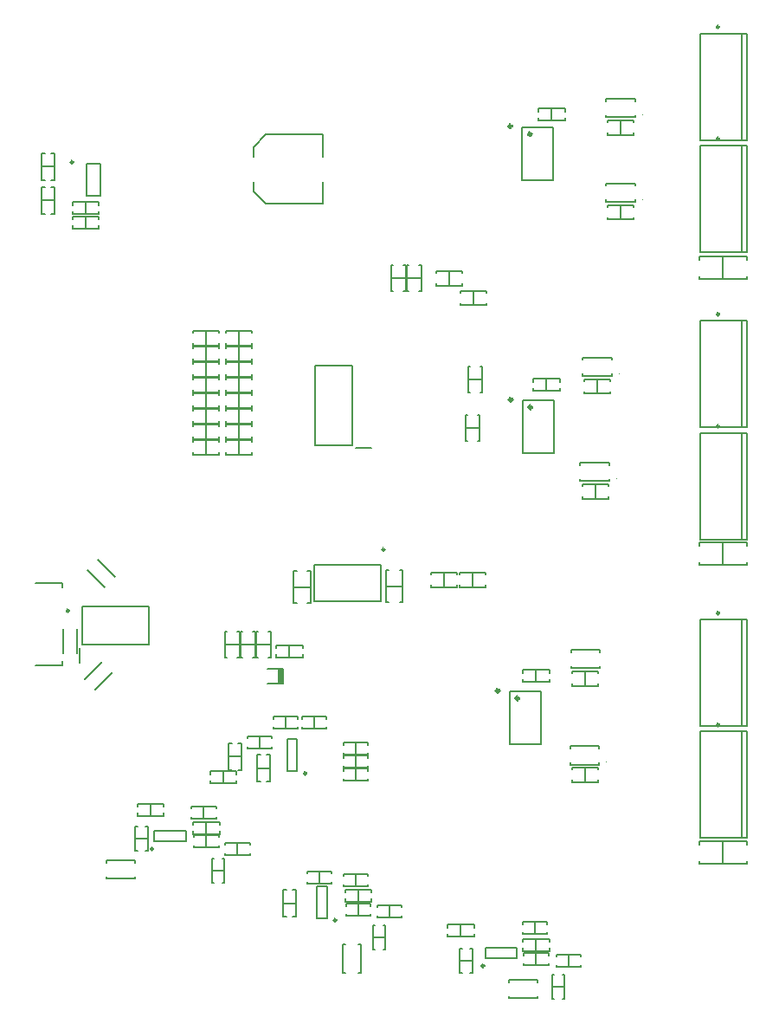
<source format=gto>
G04*
G04 #@! TF.GenerationSoftware,Altium Limited,Altium Designer,24.7.2 (38)*
G04*
G04 Layer_Color=65535*
%FSLAX44Y44*%
%MOMM*%
G71*
G04*
G04 #@! TF.SameCoordinates,FD71C0C7-8574-4FF8-A0B1-75ED19D4754F*
G04*
G04*
G04 #@! TF.FilePolarity,Positive*
G04*
G01*
G75*
%ADD10C,0.2500*%
%ADD11C,0.1000*%
%ADD12C,0.3000*%
%ADD13C,0.2000*%
%ADD14C,0.1500*%
%ADD15C,0.1524*%
%ADD16R,0.5500X1.4500*%
D10*
X888300Y1116820D02*
G03*
X888300Y1116820I-1250J0D01*
G01*
X1145570Y375950D02*
G03*
X1145570Y375950I-1250J0D01*
G01*
X1192885Y738376D02*
G03*
X1192885Y738376I-1250J0D01*
G01*
X966480Y445720D02*
G03*
X966480Y445720I-1250J0D01*
G01*
X884060Y678580D02*
G03*
X884060Y678580I-1250J0D01*
G01*
X1116360Y519460D02*
G03*
X1116360Y519460I-1250J0D01*
G01*
X1290330Y331420D02*
G03*
X1290330Y331420I-1250J0D01*
G01*
X1520170Y1248940D02*
G03*
X1520170Y1248940I-1250J0D01*
G01*
Y1139620D02*
G03*
X1520170Y1139620I-1250J0D01*
G01*
Y968170D02*
G03*
X1520170Y968170I-1250J0D01*
G01*
Y858750D02*
G03*
X1520170Y858750I-1250J0D01*
G01*
Y676070D02*
G03*
X1520170Y676070I-1250J0D01*
G01*
Y566850D02*
G03*
X1520170Y566850I-1250J0D01*
G01*
D11*
X1168030Y359310D02*
G03*
X1168030Y359310I-500J0D01*
G01*
X956220Y418700D02*
G03*
X956220Y418700I-500J0D01*
G01*
X835980Y730110D02*
G03*
X835980Y730110I-500J0D01*
G01*
X1445170Y1162920D02*
G03*
X1445170Y1162920I-500J0D01*
G01*
Y1080370D02*
G03*
X1445170Y1080370I-500J0D01*
G01*
X1326200Y1189850D02*
G03*
X1326200Y1189850I-500J0D01*
G01*
X1422310Y910190D02*
G03*
X1422310Y910190I-500J0D01*
G01*
X1326200Y928230D02*
G03*
X1326200Y928230I-500J0D01*
G01*
X1419770Y807320D02*
G03*
X1419770Y807320I-500J0D01*
G01*
X1313500Y641210D02*
G03*
X1313500Y641210I-500J0D01*
G01*
X1410880Y624440D02*
G03*
X1410880Y624440I-500J0D01*
G01*
X1409762Y530328D02*
G03*
X1409762Y530328I-500J0D01*
G01*
X1349920Y301860D02*
G03*
X1349920Y301860I-500J0D01*
G01*
D12*
X1336355Y1144270D02*
G03*
X1336355Y1144270I-1501J0D01*
G01*
X1317221Y1151943D02*
G03*
X1317221Y1151943I-1501J0D01*
G01*
X1336790Y877286D02*
G03*
X1336790Y877286I-1501J0D01*
G01*
X1317656Y884959D02*
G03*
X1317656Y884959I-1501J0D01*
G01*
X1324090Y592805D02*
G03*
X1324090Y592805I-1501J0D01*
G01*
X1304956Y600479D02*
G03*
X1304956Y600479I-1501J0D01*
G01*
D13*
X857600Y1079350D02*
X869600D01*
X857600Y1092350D02*
X860600D01*
X857600Y1066350D02*
Y1092350D01*
Y1066350D02*
X860600D01*
X866600Y1092350D02*
X869600D01*
X866600Y1066350D02*
X869600D01*
Y1092350D01*
X901050Y1084320D02*
Y1115320D01*
X915050Y1084320D02*
Y1115320D01*
X901050D02*
X915050D01*
X901050Y1084320D02*
X915050D01*
X857600Y1112520D02*
X869600D01*
X866600Y1099520D02*
X869600D01*
Y1125520D01*
X866600D02*
X869600D01*
X857600Y1099520D02*
X860600D01*
X857600Y1125520D02*
X860600D01*
X857600Y1099520D02*
Y1125520D01*
X887430Y1063910D02*
X913430D01*
Y1060910D02*
Y1063910D01*
X887430Y1060910D02*
Y1063910D01*
X913430Y1051910D02*
Y1054910D01*
X887430Y1051910D02*
X913430D01*
X887430D02*
Y1054910D01*
X900430Y1051910D02*
Y1063910D01*
X887430Y1065880D02*
X913430D01*
X887430D02*
Y1068880D01*
X913430Y1065880D02*
Y1068880D01*
X887430Y1074880D02*
Y1077880D01*
X913430D01*
Y1074880D02*
Y1077880D01*
X900430Y1065880D02*
Y1077880D01*
X1068420Y524510D02*
X1080420D01*
X1068420Y537510D02*
X1071420D01*
X1068420Y511510D02*
Y537510D01*
Y511510D02*
X1071420D01*
X1077420Y537510D02*
X1080420D01*
X1077420Y511510D02*
X1080420D01*
Y537510D01*
X1035050Y509620D02*
Y521620D01*
X1048050Y518620D02*
Y521620D01*
X1022050D02*
X1048050D01*
X1022050Y518620D02*
Y521620D01*
X1048050Y509620D02*
Y512620D01*
X1022050Y509620D02*
Y512620D01*
Y509620D02*
X1048050D01*
X1126570Y378200D02*
Y409200D01*
X1136570Y378200D02*
Y409200D01*
X1126570D02*
X1136570D01*
X1126570Y378200D02*
X1136570D01*
X1093820Y392430D02*
X1105820D01*
X1093820Y405430D02*
X1096820D01*
X1093820Y379430D02*
Y405430D01*
Y379430D02*
X1096820D01*
X1102820Y405430D02*
X1105820D01*
X1102820Y379430D02*
X1105820D01*
Y405430D01*
X1169780Y324310D02*
Y352310D01*
X1151780Y324310D02*
Y352310D01*
X1167530D02*
X1169780D01*
X1167530Y324310D02*
X1169780D01*
X1151780Y352310D02*
X1154030D01*
X1151780Y324310D02*
X1154030D01*
X1124110Y722951D02*
X1189160D01*
X1124110Y687901D02*
Y722951D01*
Y687901D02*
X1189160D01*
Y722951D01*
X1210605Y687026D02*
Y718026D01*
X1207605D02*
X1210605D01*
X1207605Y687026D02*
X1210605D01*
X1194105Y718026D02*
X1197105D01*
X1194355Y702526D02*
X1210605D01*
X1194105Y687026D02*
X1197105D01*
X1194105D02*
Y718026D01*
X1120435Y686116D02*
Y717116D01*
X1117435D02*
X1120435D01*
X1117435Y686116D02*
X1120435D01*
X1103935Y717116D02*
X1106935D01*
X1104185Y701616D02*
X1120435D01*
X1103935Y686116D02*
X1106935D01*
X1103935D02*
Y717116D01*
X1018540Y460090D02*
Y472090D01*
X1031540Y469090D02*
Y472090D01*
X1005540D02*
X1031540D01*
X1005540Y469090D02*
Y472090D01*
X1031540Y460090D02*
Y463090D01*
X1005540Y460090D02*
Y463090D01*
Y460090D02*
X1031540D01*
X967480Y463470D02*
X998480D01*
X967480Y453470D02*
X998480D01*
Y463470D01*
X967480Y453470D02*
Y463470D01*
X920720Y416450D02*
X948720D01*
X920720Y434450D02*
X948720D01*
Y416450D02*
Y418700D01*
X920720Y416450D02*
Y418700D01*
X948720Y432200D02*
Y434450D01*
X920720Y432200D02*
Y434450D01*
X1165000Y837340D02*
X1179500D01*
X1161500Y839840D02*
Y917840D01*
X1124500D02*
X1161500D01*
X1124500Y839840D02*
Y917840D01*
Y839840D02*
X1161500D01*
X1064380Y1122480D02*
Y1131730D01*
X1076630Y1143980D01*
X1064380Y1088230D02*
X1076630Y1075980D01*
X1064380Y1088230D02*
Y1097480D01*
X1076630Y1143980D02*
X1132380D01*
Y1122480D02*
Y1143980D01*
Y1075980D02*
Y1097480D01*
X1076630Y1075980D02*
X1132380D01*
X877810Y701080D02*
Y705780D01*
Y624880D02*
Y629580D01*
X851060Y624880D02*
X877810D01*
X851060Y705780D02*
X877810D01*
X894530Y627750D02*
Y642250D01*
X897030Y645750D02*
X962030D01*
Y682750D01*
X897030D02*
X962030D01*
X897030Y645750D02*
Y682750D01*
X1086820Y644810D02*
X1112820D01*
Y641810D02*
Y644810D01*
X1086820Y641810D02*
Y644810D01*
X1112820Y632810D02*
Y635810D01*
X1086820Y632810D02*
X1112820D01*
X1086820D02*
Y635810D01*
X1099820Y632810D02*
Y644810D01*
X1409670Y1176420D02*
Y1178670D01*
X1437670Y1176420D02*
Y1178670D01*
X1409670Y1160670D02*
Y1162920D01*
X1437670Y1160670D02*
Y1162920D01*
X1409670Y1178670D02*
X1437670D01*
X1409670Y1160670D02*
X1437670D01*
X1093850Y607430D02*
Y621930D01*
X1077850D02*
X1093850D01*
X1077850Y607430D02*
X1093850D01*
X1409670Y1093870D02*
Y1096120D01*
X1437670Y1093870D02*
Y1096120D01*
X1409670Y1078120D02*
Y1080370D01*
X1437670Y1078120D02*
Y1080370D01*
X1409670Y1096120D02*
X1437670D01*
X1409670Y1078120D02*
X1437670D01*
X1343360Y1157320D02*
X1369360D01*
X1343360D02*
Y1160320D01*
X1369360Y1157320D02*
Y1160320D01*
X1343360Y1166320D02*
Y1169320D01*
X1369360D01*
Y1166320D02*
Y1169320D01*
X1356360Y1157320D02*
Y1169320D01*
X1524000Y1002460D02*
Y1024460D01*
X1547000Y1021460D02*
Y1024460D01*
X1501000D02*
X1547000D01*
X1501000Y1021460D02*
Y1024460D01*
Y1002460D02*
Y1005460D01*
Y1002460D02*
X1547000D01*
Y1005460D01*
X1386810Y923690D02*
Y925940D01*
X1414810Y923690D02*
Y925940D01*
X1386810Y907940D02*
Y910190D01*
X1414810Y907940D02*
Y910190D01*
X1386810Y925940D02*
X1414810D01*
X1386810Y907940D02*
X1414810D01*
X1338280Y905160D02*
X1364280D01*
Y902160D02*
Y905160D01*
X1338280Y902160D02*
Y905160D01*
X1364280Y893160D02*
Y896160D01*
X1338280Y893160D02*
X1364280D01*
X1338280D02*
Y896160D01*
X1351280Y893160D02*
Y905160D01*
X1384270Y820820D02*
Y823070D01*
X1412270Y820820D02*
Y823070D01*
X1384270Y805070D02*
Y807320D01*
X1412270Y805070D02*
Y807320D01*
X1384270Y823070D02*
X1412270D01*
X1384270Y805070D02*
X1412270D01*
X1524000Y723060D02*
Y745060D01*
X1547000Y742060D02*
Y745060D01*
X1501000D02*
X1547000D01*
X1501000Y742060D02*
Y745060D01*
Y723060D02*
Y726060D01*
Y723060D02*
X1547000D01*
Y726060D01*
X1328120Y608680D02*
X1354120D01*
X1328120D02*
Y611680D01*
X1354120Y608680D02*
Y611680D01*
X1328120Y617680D02*
Y620680D01*
X1354120D01*
Y617680D02*
Y620680D01*
X1341120Y608680D02*
Y620680D01*
X1375380Y637940D02*
Y640190D01*
X1403380Y637940D02*
Y640190D01*
X1375380Y622190D02*
Y624440D01*
X1403380Y622190D02*
Y624440D01*
X1375380Y640190D02*
X1403380D01*
X1375380Y622190D02*
X1403380D01*
X1374262Y543828D02*
Y546078D01*
X1402262Y543828D02*
Y546078D01*
X1374262Y528078D02*
Y530328D01*
X1402262Y528078D02*
Y530328D01*
X1374262Y546078D02*
X1402262D01*
X1374262Y528078D02*
X1402262D01*
X1524000Y430960D02*
Y452960D01*
X1547000Y449960D02*
Y452960D01*
X1501000D02*
X1547000D01*
X1501000Y449960D02*
Y452960D01*
Y430960D02*
Y433960D01*
Y430960D02*
X1547000D01*
Y433960D01*
X1097360Y521710D02*
X1107360D01*
X1097360Y552710D02*
X1107360D01*
Y521710D02*
Y552710D01*
X1097360Y521710D02*
Y552710D01*
X1052480Y522940D02*
Y548940D01*
X1049480Y522940D02*
X1052480D01*
X1049480Y548940D02*
X1052480D01*
X1040480Y522940D02*
X1043480D01*
X1040480D02*
Y548940D01*
X1043480D01*
X1040480Y535940D02*
X1052480D01*
X1154130Y394050D02*
X1180130D01*
X1154130D02*
Y397050D01*
X1180130Y394050D02*
Y397050D01*
X1154130Y403050D02*
Y406050D01*
X1180130D01*
Y403050D02*
Y406050D01*
X1167130Y394050D02*
Y406050D01*
X1254460Y371760D02*
X1280460D01*
Y368760D02*
Y371760D01*
X1254460Y368760D02*
Y371760D01*
X1280460Y359760D02*
Y362760D01*
X1254460Y359760D02*
X1280460D01*
X1254460D02*
Y362760D01*
X1267460Y359760D02*
Y371760D01*
X1314420Y315360D02*
Y317610D01*
X1342420Y315360D02*
Y317610D01*
X1314420Y299610D02*
Y301860D01*
X1342420Y299610D02*
Y301860D01*
X1314420Y317610D02*
X1342420D01*
X1314420Y299610D02*
X1342420D01*
X1291330Y339170D02*
Y349170D01*
X1322330Y339170D02*
Y349170D01*
X1291330Y339170D02*
X1322330D01*
X1291330Y349170D02*
X1322330D01*
X1328120Y345790D02*
X1354120D01*
X1328120D02*
Y348790D01*
X1354120Y345790D02*
Y348790D01*
X1328120Y354790D02*
Y357790D01*
X1354120D01*
Y354790D02*
Y357790D01*
X1341120Y345790D02*
Y357790D01*
X950930Y489870D02*
X976930D01*
Y486870D02*
Y489870D01*
X950930Y486870D02*
Y489870D01*
X976930Y477870D02*
Y480870D01*
X950930Y477870D02*
X976930D01*
X950930D02*
Y480870D01*
X963930Y477870D02*
Y489870D01*
X1501520Y1242440D02*
X1547520D01*
X1501520Y1138440D02*
X1547520D01*
X1501520D02*
Y1242440D01*
X1547520Y1138440D02*
Y1242440D01*
X1542520Y1138440D02*
Y1242440D01*
X1501520Y1133120D02*
X1547520D01*
X1501520Y1029120D02*
X1547520D01*
X1501520D02*
Y1133120D01*
X1547520Y1029120D02*
Y1133120D01*
X1542520Y1029120D02*
Y1133120D01*
X1501520Y961670D02*
X1547520D01*
X1501520Y857670D02*
X1547520D01*
X1501520D02*
Y961670D01*
X1547520Y857670D02*
Y961670D01*
X1542520Y857670D02*
Y961670D01*
X1501520Y852250D02*
X1547520D01*
X1501520Y748250D02*
X1547520D01*
X1501520D02*
Y852250D01*
X1547520Y748250D02*
Y852250D01*
X1542520Y748250D02*
Y852250D01*
X1501520Y669570D02*
X1547520D01*
X1501520Y565570D02*
X1547520D01*
X1501520D02*
Y669570D01*
X1547520Y565570D02*
Y669570D01*
X1542520Y565570D02*
Y669570D01*
X1501520Y560350D02*
X1547520D01*
X1501520Y456350D02*
X1547520D01*
X1501520D02*
Y560350D01*
X1547520Y456350D02*
Y560350D01*
X1542520Y456350D02*
Y560350D01*
D14*
X1111950Y572960D02*
Y574960D01*
X1135950D01*
Y572960D02*
Y574960D01*
Y562960D02*
Y564960D01*
X1111950Y562960D02*
X1135950D01*
X1111950D02*
Y564960D01*
X1123950Y562960D02*
Y574960D01*
X1108010Y562960D02*
Y564960D01*
X1084010Y562960D02*
X1108010D01*
X1084010D02*
Y564960D01*
Y572960D02*
Y574960D01*
X1108010D01*
Y572960D02*
Y574960D01*
X1096010Y562960D02*
Y574960D01*
X1141030Y411830D02*
Y413830D01*
X1117030Y411830D02*
X1141030D01*
X1117030D02*
Y413830D01*
Y421830D02*
Y423830D01*
X1141030D01*
Y421830D02*
Y423830D01*
X1129030Y411830D02*
Y423830D01*
X1006540Y457390D02*
Y459390D01*
X1030540D01*
Y457390D02*
Y459390D01*
Y447390D02*
Y449390D01*
X1006540Y447390D02*
X1030540D01*
X1006540D02*
Y449390D01*
X1018540Y447390D02*
Y459390D01*
X1028000Y475330D02*
Y477330D01*
X1004000Y475330D02*
X1028000D01*
X1004000D02*
Y477330D01*
Y485330D02*
Y487330D01*
X1028000D01*
Y485330D02*
Y487330D01*
X1016000Y475330D02*
Y487330D01*
X959040Y467930D02*
X961040D01*
Y443930D02*
Y467930D01*
X959040Y443930D02*
X961040D01*
X949040D02*
X951040D01*
X949040D02*
Y467930D01*
X951040D01*
X949040Y455930D02*
X961040D01*
X1061020Y439770D02*
Y441770D01*
X1037020Y439770D02*
X1061020D01*
X1037020D02*
Y441770D01*
Y449770D02*
Y451770D01*
X1061020D01*
Y449770D02*
Y451770D01*
X1049020Y439770D02*
Y451770D01*
X1023970Y412180D02*
X1025970D01*
X1023970D02*
Y436180D01*
X1025970D01*
X1033970D02*
X1035970D01*
Y412180D02*
Y436180D01*
X1033970Y412180D02*
X1035970D01*
X1023970Y424180D02*
X1035970D01*
X1209610Y378810D02*
Y380810D01*
X1185610Y378810D02*
X1209610D01*
X1185610D02*
Y380810D01*
Y388810D02*
Y390810D01*
X1209610D01*
Y388810D02*
Y390810D01*
X1197610Y378810D02*
Y390810D01*
X1384870Y330550D02*
Y332550D01*
X1360870Y330550D02*
X1384870D01*
X1360870D02*
Y332550D01*
Y340550D02*
Y342550D01*
X1384870D01*
Y340550D02*
Y342550D01*
X1372870Y330550D02*
Y342550D01*
X1279040Y701660D02*
Y715660D01*
X1266340Y713740D02*
Y715660D01*
X1291740D01*
Y713740D02*
Y715660D01*
Y701660D02*
Y703580D01*
X1266340Y701660D02*
X1291740D01*
X1266340D02*
Y703580D01*
X1256030Y996300D02*
Y1010300D01*
X1268730Y996300D02*
Y998220D01*
X1243330Y996300D02*
X1268730D01*
X1243330D02*
Y998220D01*
Y1008380D02*
Y1010300D01*
X1268730D01*
Y1008380D02*
Y1010300D01*
X1280160Y977250D02*
Y991250D01*
X1267460Y989330D02*
Y991250D01*
X1292860D01*
Y989330D02*
Y991250D01*
Y977250D02*
Y979170D01*
X1267460Y977250D02*
X1292860D01*
X1267460D02*
Y979170D01*
X1079500Y632460D02*
X1081420D01*
Y657860D01*
X1079500D02*
X1081420D01*
X1067420D02*
X1069340D01*
X1067420Y632460D02*
Y657860D01*
Y632460D02*
X1069340D01*
X1067420Y645160D02*
X1081420D01*
X1064260Y632460D02*
X1066180D01*
Y657860D01*
X1064260D02*
X1066180D01*
X1052180D02*
X1054100D01*
X1052180Y632460D02*
Y657860D01*
Y632460D02*
X1054100D01*
X1052180Y645160D02*
X1066180D01*
X1049020Y632460D02*
X1050940D01*
Y657860D01*
X1049020D02*
X1050940D01*
X1036940D02*
X1038860D01*
X1036940Y632460D02*
Y657860D01*
Y632460D02*
X1038860D01*
X1036940Y645160D02*
X1050940D01*
X1410970Y1143620D02*
Y1145540D01*
Y1143620D02*
X1436370D01*
Y1145540D01*
Y1155700D02*
Y1157620D01*
X1410970D02*
X1436370D01*
X1410970Y1155700D02*
Y1157620D01*
X1423670Y1143620D02*
Y1157620D01*
X1411120Y1061070D02*
Y1062990D01*
Y1061070D02*
X1436520D01*
Y1062990D01*
Y1073150D02*
Y1075070D01*
X1411120D02*
X1436520D01*
X1411120Y1073150D02*
Y1075070D01*
X1423820Y1061070D02*
Y1075070D01*
X1388110Y890890D02*
Y892810D01*
Y890890D02*
X1413510D01*
Y892810D01*
Y902970D02*
Y904890D01*
X1388110D02*
X1413510D01*
X1388110Y902970D02*
Y904890D01*
X1400810Y890890D02*
Y904890D01*
X1031240Y949960D02*
Y951880D01*
X1005840D02*
X1031240D01*
X1005840Y949960D02*
Y951880D01*
Y937880D02*
Y939800D01*
Y937880D02*
X1031240D01*
Y939800D01*
X1018540Y937880D02*
Y951880D01*
X1031240Y934720D02*
Y936640D01*
X1005840D02*
X1031240D01*
X1005840Y934720D02*
Y936640D01*
Y922640D02*
Y924560D01*
Y922640D02*
X1031240D01*
Y924560D01*
X1018540Y922640D02*
Y936640D01*
X1031240Y919480D02*
Y921400D01*
X1005840D02*
X1031240D01*
X1005840Y919480D02*
Y921400D01*
Y907400D02*
Y909320D01*
Y907400D02*
X1031240D01*
Y909320D01*
X1018540Y907400D02*
Y921400D01*
X1031240Y904240D02*
Y906160D01*
X1005840D02*
X1031240D01*
X1005840Y904240D02*
Y906160D01*
Y892160D02*
Y894080D01*
Y892160D02*
X1031240D01*
Y894080D01*
X1018540Y892160D02*
Y906160D01*
X1031240Y889000D02*
Y890920D01*
X1005840D02*
X1031240D01*
X1005840Y889000D02*
Y890920D01*
Y876920D02*
Y878840D01*
Y876920D02*
X1031240D01*
Y878840D01*
X1018540Y876920D02*
Y890920D01*
X1031240Y873760D02*
Y875680D01*
X1005840D02*
X1031240D01*
X1005840Y873760D02*
Y875680D01*
Y861680D02*
Y863600D01*
Y861680D02*
X1031240D01*
Y863600D01*
X1018540Y861680D02*
Y875680D01*
X1031240Y858520D02*
Y860440D01*
X1005840D02*
X1031240D01*
X1005840Y858520D02*
Y860440D01*
Y846440D02*
Y848360D01*
Y846440D02*
X1031240D01*
Y848360D01*
X1018540Y846440D02*
Y860440D01*
X1031240Y843280D02*
Y845200D01*
X1005840D02*
X1031240D01*
X1005840Y843280D02*
Y845200D01*
Y831200D02*
Y833120D01*
Y831200D02*
X1031240D01*
Y833120D01*
X1018540Y831200D02*
Y845200D01*
X1386840Y788020D02*
Y789940D01*
Y788020D02*
X1412240D01*
Y789940D01*
Y800100D02*
Y802020D01*
X1386840D02*
X1412240D01*
X1386840Y800100D02*
Y802020D01*
X1399540Y788020D02*
Y802020D01*
X1037440Y937880D02*
Y939800D01*
Y937880D02*
X1062840D01*
Y939800D01*
Y949960D02*
Y951880D01*
X1037440D02*
X1062840D01*
X1037440Y949960D02*
Y951880D01*
X1050140Y937880D02*
Y951880D01*
X1037440Y922640D02*
Y924560D01*
Y922640D02*
X1062840D01*
Y924560D01*
Y934720D02*
Y936640D01*
X1037440D02*
X1062840D01*
X1037440Y934720D02*
Y936640D01*
X1050140Y922640D02*
Y936640D01*
X1037440Y907400D02*
Y909320D01*
Y907400D02*
X1062840D01*
Y909320D01*
Y919480D02*
Y921400D01*
X1037440D02*
X1062840D01*
X1037440Y919480D02*
Y921400D01*
X1050140Y907400D02*
Y921400D01*
X1037440Y892160D02*
Y894080D01*
Y892160D02*
X1062840D01*
Y894080D01*
Y904240D02*
Y906160D01*
X1037440D02*
X1062840D01*
X1037440Y904240D02*
Y906160D01*
X1050140Y892160D02*
Y906160D01*
X1037440Y876920D02*
Y878840D01*
Y876920D02*
X1062840D01*
Y878840D01*
Y889000D02*
Y890920D01*
X1037440D02*
X1062840D01*
X1037440Y889000D02*
Y890920D01*
X1050140Y876920D02*
Y890920D01*
X1037440Y861680D02*
Y863600D01*
Y861680D02*
X1062840D01*
Y863600D01*
Y873760D02*
Y875680D01*
X1037440D02*
X1062840D01*
X1037440Y873760D02*
Y875680D01*
X1050140Y861680D02*
Y875680D01*
X1037440Y846440D02*
Y848360D01*
Y846440D02*
X1062840D01*
Y848360D01*
Y858520D02*
Y860440D01*
X1037440D02*
X1062840D01*
X1037440Y858520D02*
Y860440D01*
X1050140Y846440D02*
Y860440D01*
X1037440Y831200D02*
Y833120D01*
Y831200D02*
X1062840D01*
Y833120D01*
Y843280D02*
Y845200D01*
X1037440D02*
X1062840D01*
X1037440Y843280D02*
Y845200D01*
X1050140Y831200D02*
Y845200D01*
X1211580Y990600D02*
X1213500D01*
Y1016000D01*
X1211580D02*
X1213500D01*
X1199500D02*
X1201420D01*
X1199500Y990600D02*
Y1016000D01*
Y990600D02*
X1201420D01*
X1199500Y1003300D02*
X1213500D01*
X1226820Y990600D02*
X1228740D01*
Y1016000D01*
X1226820D02*
X1228740D01*
X1214740D02*
X1216660D01*
X1214740Y990600D02*
Y1016000D01*
Y990600D02*
X1216660D01*
X1214740Y1003300D02*
X1228740D01*
X1286510Y891540D02*
X1288430D01*
Y916940D01*
X1286510D02*
X1288430D01*
X1274430D02*
X1276350D01*
X1274430Y891540D02*
Y916940D01*
Y891540D02*
X1276350D01*
X1274430Y904240D02*
X1288430D01*
X1271890Y869950D02*
X1273810D01*
X1271890Y844550D02*
Y869950D01*
Y844550D02*
X1273810D01*
X1283970D02*
X1285890D01*
Y869950D01*
X1283970D02*
X1285890D01*
X1271890Y857250D02*
X1285890D01*
X1263650Y713740D02*
Y715660D01*
X1238250D02*
X1263650D01*
X1238250Y713740D02*
Y715660D01*
Y701660D02*
Y703580D01*
Y701660D02*
X1263650D01*
Y703580D01*
X1250950Y701660D02*
Y715660D01*
X1376680Y605140D02*
Y607060D01*
Y605140D02*
X1402080D01*
Y607060D01*
Y617220D02*
Y619140D01*
X1376680D02*
X1402080D01*
X1376680Y617220D02*
Y619140D01*
X1389380Y605140D02*
Y619140D01*
X1376680Y511160D02*
Y513080D01*
Y511160D02*
X1402080D01*
Y513080D01*
Y523240D02*
Y525160D01*
X1376680D02*
X1402080D01*
X1376680Y523240D02*
Y525160D01*
X1389380Y511160D02*
Y525160D01*
X1164590Y537560D02*
Y549560D01*
X1176590Y547560D02*
Y549560D01*
X1152590D02*
X1176590D01*
X1152590Y547560D02*
Y549560D01*
Y537560D02*
Y539560D01*
Y537560D02*
X1176590D01*
Y539560D01*
X1164590Y524860D02*
Y536860D01*
X1176590Y534860D02*
Y536860D01*
X1152590D02*
X1176590D01*
X1152590Y534860D02*
Y536860D01*
Y524860D02*
Y526860D01*
Y524860D02*
X1176590D01*
Y526860D01*
X1070610Y543910D02*
Y555910D01*
X1082610Y553910D02*
Y555910D01*
X1058610D02*
X1082610D01*
X1058610Y553910D02*
Y555910D01*
Y543910D02*
Y545910D01*
Y543910D02*
X1082610D01*
Y545910D01*
X1164590Y512160D02*
Y524160D01*
X1176590Y522160D02*
Y524160D01*
X1152590D02*
X1176590D01*
X1152590Y522160D02*
Y524160D01*
Y512160D02*
Y514160D01*
Y512160D02*
X1176590D01*
Y514160D01*
X1167130Y380080D02*
Y392080D01*
X1155130Y380080D02*
Y382080D01*
Y380080D02*
X1179130D01*
Y382080D01*
Y390080D02*
Y392080D01*
X1155130D02*
X1179130D01*
X1155130Y390080D02*
Y392080D01*
X1164590Y409290D02*
Y421290D01*
X1176590Y419290D02*
Y421290D01*
X1152590D02*
X1176590D01*
X1152590Y419290D02*
Y421290D01*
Y409290D02*
Y411290D01*
Y409290D02*
X1176590D01*
Y411290D01*
X1341120Y331820D02*
Y343820D01*
X1329120Y331820D02*
Y333820D01*
Y331820D02*
X1353120D01*
Y333820D01*
Y341820D02*
Y343820D01*
X1329120D02*
X1353120D01*
X1329120Y341820D02*
Y343820D01*
X1266540Y336550D02*
X1278540D01*
X1266540Y348550D02*
X1268540D01*
X1266540Y324550D02*
Y348550D01*
Y324550D02*
X1268540D01*
X1276540D02*
X1278540D01*
Y348550D01*
X1276540D02*
X1278540D01*
X1339850Y362300D02*
Y374300D01*
X1351850Y372300D02*
Y374300D01*
X1327850D02*
X1351850D01*
X1327850Y372300D02*
Y374300D01*
Y362300D02*
Y364300D01*
Y362300D02*
X1351850D01*
Y364300D01*
X1181450Y359410D02*
X1193450D01*
X1191450Y347410D02*
X1193450D01*
Y371410D01*
X1191450D02*
X1193450D01*
X1181450D02*
X1183450D01*
X1181450Y347410D02*
Y371410D01*
Y347410D02*
X1183450D01*
X1356710Y311150D02*
X1368710D01*
X1366710Y299150D02*
X1368710D01*
Y323150D01*
X1366710D02*
X1368710D01*
X1356710D02*
X1358710D01*
X1356710Y299150D02*
Y323150D01*
Y299150D02*
X1358710D01*
D15*
X899695Y611144D02*
X916665Y628115D01*
X909594Y601245D02*
X926565Y618215D01*
X878190Y636970D02*
Y660970D01*
X892190Y636970D02*
Y660970D01*
X912134Y728445D02*
X929105Y711475D01*
X902235Y718546D02*
X919205Y701575D01*
X1327331Y1150982D02*
X1357759D01*
Y1099458D02*
Y1150982D01*
X1327331Y1099458D02*
X1357759D01*
X1327331D02*
Y1150982D01*
X1327766Y883997D02*
X1358194D01*
Y832474D02*
Y883997D01*
X1327766Y832474D02*
X1358194D01*
X1327766D02*
Y883997D01*
X1315066Y599518D02*
X1345494D01*
Y547994D02*
Y599518D01*
X1315066Y547994D02*
X1345494D01*
X1315066D02*
Y599518D01*
D16*
X1091101Y614686D02*
D03*
M02*

</source>
